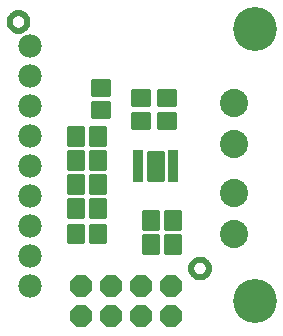
<source format=gbr>
G04 EAGLE Gerber RS-274X export*
G75*
%MOMM*%
%FSLAX34Y34*%
%LPD*%
%INSoldermask Top*%
%IPPOS*%
%AMOC8*
5,1,8,0,0,1.08239X$1,22.5*%
G01*
%ADD10C,0.412494*%
%ADD11R,0.850000X2.750000*%
%ADD12C,0.405863*%
%ADD13C,0.500000*%
%ADD14C,3.719200*%
%ADD15C,1.981200*%
%ADD16C,2.387600*%
%ADD17P,2.034460X8X202.500000*%


D10*
X137384Y128996D02*
X126776Y128996D01*
X126776Y150404D01*
X137384Y150404D01*
X137384Y128996D01*
X137384Y132915D02*
X126776Y132915D01*
X126776Y136834D02*
X137384Y136834D01*
X137384Y140753D02*
X126776Y140753D01*
X126776Y144672D02*
X137384Y144672D01*
X137384Y148591D02*
X126776Y148591D01*
D11*
X117330Y139700D03*
X146830Y139700D03*
D12*
X69647Y76063D02*
X58673Y76063D01*
X58673Y89037D01*
X69647Y89037D01*
X69647Y76063D01*
X69647Y79919D02*
X58673Y79919D01*
X58673Y83775D02*
X69647Y83775D01*
X69647Y87631D02*
X58673Y87631D01*
X77673Y76063D02*
X88647Y76063D01*
X77673Y76063D02*
X77673Y89037D01*
X88647Y89037D01*
X88647Y76063D01*
X88647Y79919D02*
X77673Y79919D01*
X77673Y83775D02*
X88647Y83775D01*
X88647Y87631D02*
X77673Y87631D01*
X122173Y67173D02*
X133147Y67173D01*
X122173Y67173D02*
X122173Y80147D01*
X133147Y80147D01*
X133147Y67173D01*
X133147Y71029D02*
X122173Y71029D01*
X122173Y74885D02*
X133147Y74885D01*
X133147Y78741D02*
X122173Y78741D01*
X141173Y67173D02*
X152147Y67173D01*
X141173Y67173D02*
X141173Y80147D01*
X152147Y80147D01*
X152147Y67173D01*
X152147Y71029D02*
X141173Y71029D01*
X141173Y74885D02*
X152147Y74885D01*
X152147Y78741D02*
X141173Y78741D01*
X141173Y100467D02*
X152147Y100467D01*
X152147Y87493D01*
X141173Y87493D01*
X141173Y100467D01*
X141173Y91349D02*
X152147Y91349D01*
X152147Y95205D02*
X141173Y95205D01*
X141173Y99061D02*
X152147Y99061D01*
X133147Y100467D02*
X122173Y100467D01*
X133147Y100467D02*
X133147Y87493D01*
X122173Y87493D01*
X122173Y100467D01*
X122173Y91349D02*
X133147Y91349D01*
X133147Y95205D02*
X122173Y95205D01*
X122173Y99061D02*
X133147Y99061D01*
D13*
X8502Y261620D02*
X8504Y261801D01*
X8511Y261982D01*
X8522Y262163D01*
X8537Y262344D01*
X8557Y262524D01*
X8581Y262704D01*
X8609Y262883D01*
X8642Y263061D01*
X8679Y263238D01*
X8720Y263415D01*
X8765Y263590D01*
X8815Y263765D01*
X8869Y263938D01*
X8927Y264109D01*
X8989Y264280D01*
X9056Y264448D01*
X9126Y264615D01*
X9200Y264781D01*
X9279Y264944D01*
X9361Y265105D01*
X9447Y265265D01*
X9537Y265422D01*
X9631Y265577D01*
X9728Y265730D01*
X9830Y265880D01*
X9934Y266028D01*
X10043Y266174D01*
X10154Y266316D01*
X10270Y266456D01*
X10388Y266593D01*
X10510Y266728D01*
X10635Y266859D01*
X10763Y266987D01*
X10894Y267112D01*
X11029Y267234D01*
X11166Y267352D01*
X11306Y267468D01*
X11448Y267579D01*
X11594Y267688D01*
X11742Y267792D01*
X11892Y267894D01*
X12045Y267991D01*
X12200Y268085D01*
X12357Y268175D01*
X12517Y268261D01*
X12678Y268343D01*
X12841Y268422D01*
X13007Y268496D01*
X13174Y268566D01*
X13342Y268633D01*
X13513Y268695D01*
X13684Y268753D01*
X13857Y268807D01*
X14032Y268857D01*
X14207Y268902D01*
X14384Y268943D01*
X14561Y268980D01*
X14739Y269013D01*
X14918Y269041D01*
X15098Y269065D01*
X15278Y269085D01*
X15459Y269100D01*
X15640Y269111D01*
X15821Y269118D01*
X16002Y269120D01*
X16183Y269118D01*
X16364Y269111D01*
X16545Y269100D01*
X16726Y269085D01*
X16906Y269065D01*
X17086Y269041D01*
X17265Y269013D01*
X17443Y268980D01*
X17620Y268943D01*
X17797Y268902D01*
X17972Y268857D01*
X18147Y268807D01*
X18320Y268753D01*
X18491Y268695D01*
X18662Y268633D01*
X18830Y268566D01*
X18997Y268496D01*
X19163Y268422D01*
X19326Y268343D01*
X19487Y268261D01*
X19647Y268175D01*
X19804Y268085D01*
X19959Y267991D01*
X20112Y267894D01*
X20262Y267792D01*
X20410Y267688D01*
X20556Y267579D01*
X20698Y267468D01*
X20838Y267352D01*
X20975Y267234D01*
X21110Y267112D01*
X21241Y266987D01*
X21369Y266859D01*
X21494Y266728D01*
X21616Y266593D01*
X21734Y266456D01*
X21850Y266316D01*
X21961Y266174D01*
X22070Y266028D01*
X22174Y265880D01*
X22276Y265730D01*
X22373Y265577D01*
X22467Y265422D01*
X22557Y265265D01*
X22643Y265105D01*
X22725Y264944D01*
X22804Y264781D01*
X22878Y264615D01*
X22948Y264448D01*
X23015Y264280D01*
X23077Y264109D01*
X23135Y263938D01*
X23189Y263765D01*
X23239Y263590D01*
X23284Y263415D01*
X23325Y263238D01*
X23362Y263061D01*
X23395Y262883D01*
X23423Y262704D01*
X23447Y262524D01*
X23467Y262344D01*
X23482Y262163D01*
X23493Y261982D01*
X23500Y261801D01*
X23502Y261620D01*
X23500Y261439D01*
X23493Y261258D01*
X23482Y261077D01*
X23467Y260896D01*
X23447Y260716D01*
X23423Y260536D01*
X23395Y260357D01*
X23362Y260179D01*
X23325Y260002D01*
X23284Y259825D01*
X23239Y259650D01*
X23189Y259475D01*
X23135Y259302D01*
X23077Y259131D01*
X23015Y258960D01*
X22948Y258792D01*
X22878Y258625D01*
X22804Y258459D01*
X22725Y258296D01*
X22643Y258135D01*
X22557Y257975D01*
X22467Y257818D01*
X22373Y257663D01*
X22276Y257510D01*
X22174Y257360D01*
X22070Y257212D01*
X21961Y257066D01*
X21850Y256924D01*
X21734Y256784D01*
X21616Y256647D01*
X21494Y256512D01*
X21369Y256381D01*
X21241Y256253D01*
X21110Y256128D01*
X20975Y256006D01*
X20838Y255888D01*
X20698Y255772D01*
X20556Y255661D01*
X20410Y255552D01*
X20262Y255448D01*
X20112Y255346D01*
X19959Y255249D01*
X19804Y255155D01*
X19647Y255065D01*
X19487Y254979D01*
X19326Y254897D01*
X19163Y254818D01*
X18997Y254744D01*
X18830Y254674D01*
X18662Y254607D01*
X18491Y254545D01*
X18320Y254487D01*
X18147Y254433D01*
X17972Y254383D01*
X17797Y254338D01*
X17620Y254297D01*
X17443Y254260D01*
X17265Y254227D01*
X17086Y254199D01*
X16906Y254175D01*
X16726Y254155D01*
X16545Y254140D01*
X16364Y254129D01*
X16183Y254122D01*
X16002Y254120D01*
X15821Y254122D01*
X15640Y254129D01*
X15459Y254140D01*
X15278Y254155D01*
X15098Y254175D01*
X14918Y254199D01*
X14739Y254227D01*
X14561Y254260D01*
X14384Y254297D01*
X14207Y254338D01*
X14032Y254383D01*
X13857Y254433D01*
X13684Y254487D01*
X13513Y254545D01*
X13342Y254607D01*
X13174Y254674D01*
X13007Y254744D01*
X12841Y254818D01*
X12678Y254897D01*
X12517Y254979D01*
X12357Y255065D01*
X12200Y255155D01*
X12045Y255249D01*
X11892Y255346D01*
X11742Y255448D01*
X11594Y255552D01*
X11448Y255661D01*
X11306Y255772D01*
X11166Y255888D01*
X11029Y256006D01*
X10894Y256128D01*
X10763Y256253D01*
X10635Y256381D01*
X10510Y256512D01*
X10388Y256647D01*
X10270Y256784D01*
X10154Y256924D01*
X10043Y257066D01*
X9934Y257212D01*
X9830Y257360D01*
X9728Y257510D01*
X9631Y257663D01*
X9537Y257818D01*
X9447Y257975D01*
X9361Y258135D01*
X9279Y258296D01*
X9200Y258459D01*
X9126Y258625D01*
X9056Y258792D01*
X8989Y258960D01*
X8927Y259131D01*
X8869Y259302D01*
X8815Y259475D01*
X8765Y259650D01*
X8720Y259825D01*
X8679Y260002D01*
X8642Y260179D01*
X8609Y260357D01*
X8581Y260536D01*
X8557Y260716D01*
X8537Y260896D01*
X8522Y261077D01*
X8511Y261258D01*
X8504Y261439D01*
X8502Y261620D01*
X169672Y60332D02*
X169491Y60330D01*
X169310Y60323D01*
X169129Y60312D01*
X168948Y60297D01*
X168768Y60277D01*
X168588Y60253D01*
X168409Y60225D01*
X168231Y60192D01*
X168054Y60155D01*
X167877Y60114D01*
X167702Y60069D01*
X167527Y60019D01*
X167354Y59965D01*
X167183Y59907D01*
X167012Y59845D01*
X166844Y59778D01*
X166677Y59708D01*
X166511Y59634D01*
X166348Y59555D01*
X166187Y59473D01*
X166027Y59387D01*
X165870Y59297D01*
X165715Y59203D01*
X165562Y59106D01*
X165412Y59004D01*
X165264Y58900D01*
X165118Y58791D01*
X164976Y58680D01*
X164836Y58564D01*
X164699Y58446D01*
X164564Y58324D01*
X164433Y58199D01*
X164305Y58071D01*
X164180Y57940D01*
X164058Y57805D01*
X163940Y57668D01*
X163824Y57528D01*
X163713Y57386D01*
X163604Y57240D01*
X163500Y57092D01*
X163398Y56942D01*
X163301Y56789D01*
X163207Y56634D01*
X163117Y56477D01*
X163031Y56317D01*
X162949Y56156D01*
X162870Y55993D01*
X162796Y55827D01*
X162726Y55660D01*
X162659Y55492D01*
X162597Y55321D01*
X162539Y55150D01*
X162485Y54977D01*
X162435Y54802D01*
X162390Y54627D01*
X162349Y54450D01*
X162312Y54273D01*
X162279Y54095D01*
X162251Y53916D01*
X162227Y53736D01*
X162207Y53556D01*
X162192Y53375D01*
X162181Y53194D01*
X162174Y53013D01*
X162172Y52832D01*
X169672Y60332D02*
X169853Y60330D01*
X170034Y60323D01*
X170215Y60312D01*
X170396Y60297D01*
X170576Y60277D01*
X170756Y60253D01*
X170935Y60225D01*
X171113Y60192D01*
X171290Y60155D01*
X171467Y60114D01*
X171642Y60069D01*
X171817Y60019D01*
X171990Y59965D01*
X172161Y59907D01*
X172332Y59845D01*
X172500Y59778D01*
X172667Y59708D01*
X172833Y59634D01*
X172996Y59555D01*
X173157Y59473D01*
X173317Y59387D01*
X173474Y59297D01*
X173629Y59203D01*
X173782Y59106D01*
X173932Y59004D01*
X174080Y58900D01*
X174226Y58791D01*
X174368Y58680D01*
X174508Y58564D01*
X174645Y58446D01*
X174780Y58324D01*
X174911Y58199D01*
X175039Y58071D01*
X175164Y57940D01*
X175286Y57805D01*
X175404Y57668D01*
X175520Y57528D01*
X175631Y57386D01*
X175740Y57240D01*
X175844Y57092D01*
X175946Y56942D01*
X176043Y56789D01*
X176137Y56634D01*
X176227Y56477D01*
X176313Y56317D01*
X176395Y56156D01*
X176474Y55993D01*
X176548Y55827D01*
X176618Y55660D01*
X176685Y55492D01*
X176747Y55321D01*
X176805Y55150D01*
X176859Y54977D01*
X176909Y54802D01*
X176954Y54627D01*
X176995Y54450D01*
X177032Y54273D01*
X177065Y54095D01*
X177093Y53916D01*
X177117Y53736D01*
X177137Y53556D01*
X177152Y53375D01*
X177163Y53194D01*
X177170Y53013D01*
X177172Y52832D01*
X177170Y52651D01*
X177163Y52470D01*
X177152Y52289D01*
X177137Y52108D01*
X177117Y51928D01*
X177093Y51748D01*
X177065Y51569D01*
X177032Y51391D01*
X176995Y51214D01*
X176954Y51037D01*
X176909Y50862D01*
X176859Y50687D01*
X176805Y50514D01*
X176747Y50343D01*
X176685Y50172D01*
X176618Y50004D01*
X176548Y49837D01*
X176474Y49671D01*
X176395Y49508D01*
X176313Y49347D01*
X176227Y49187D01*
X176137Y49030D01*
X176043Y48875D01*
X175946Y48722D01*
X175844Y48572D01*
X175740Y48424D01*
X175631Y48278D01*
X175520Y48136D01*
X175404Y47996D01*
X175286Y47859D01*
X175164Y47724D01*
X175039Y47593D01*
X174911Y47465D01*
X174780Y47340D01*
X174645Y47218D01*
X174508Y47100D01*
X174368Y46984D01*
X174226Y46873D01*
X174080Y46764D01*
X173932Y46660D01*
X173782Y46558D01*
X173629Y46461D01*
X173474Y46367D01*
X173317Y46277D01*
X173157Y46191D01*
X172996Y46109D01*
X172833Y46030D01*
X172667Y45956D01*
X172500Y45886D01*
X172332Y45819D01*
X172161Y45757D01*
X171990Y45699D01*
X171817Y45645D01*
X171642Y45595D01*
X171467Y45550D01*
X171290Y45509D01*
X171113Y45472D01*
X170935Y45439D01*
X170756Y45411D01*
X170576Y45387D01*
X170396Y45367D01*
X170215Y45352D01*
X170034Y45341D01*
X169853Y45334D01*
X169672Y45332D01*
X169491Y45334D01*
X169310Y45341D01*
X169129Y45352D01*
X168948Y45367D01*
X168768Y45387D01*
X168588Y45411D01*
X168409Y45439D01*
X168231Y45472D01*
X168054Y45509D01*
X167877Y45550D01*
X167702Y45595D01*
X167527Y45645D01*
X167354Y45699D01*
X167183Y45757D01*
X167012Y45819D01*
X166844Y45886D01*
X166677Y45956D01*
X166511Y46030D01*
X166348Y46109D01*
X166187Y46191D01*
X166027Y46277D01*
X165870Y46367D01*
X165715Y46461D01*
X165562Y46558D01*
X165412Y46660D01*
X165264Y46764D01*
X165118Y46873D01*
X164976Y46984D01*
X164836Y47100D01*
X164699Y47218D01*
X164564Y47340D01*
X164433Y47465D01*
X164305Y47593D01*
X164180Y47724D01*
X164058Y47859D01*
X163940Y47996D01*
X163824Y48136D01*
X163713Y48278D01*
X163604Y48424D01*
X163500Y48572D01*
X163398Y48722D01*
X163301Y48875D01*
X163207Y49030D01*
X163117Y49187D01*
X163031Y49347D01*
X162949Y49508D01*
X162870Y49671D01*
X162796Y49837D01*
X162726Y50004D01*
X162659Y50172D01*
X162597Y50343D01*
X162539Y50514D01*
X162485Y50687D01*
X162435Y50862D01*
X162390Y51037D01*
X162349Y51214D01*
X162312Y51391D01*
X162279Y51569D01*
X162251Y51748D01*
X162227Y51928D01*
X162207Y52108D01*
X162192Y52289D01*
X162181Y52470D01*
X162174Y52651D01*
X162172Y52832D01*
D14*
X215900Y25400D03*
X215900Y255270D03*
D12*
X134483Y202947D02*
X134483Y191973D01*
X134483Y202947D02*
X147457Y202947D01*
X147457Y191973D01*
X134483Y191973D01*
X134483Y195829D02*
X147457Y195829D01*
X147457Y199685D02*
X134483Y199685D01*
X134483Y183947D02*
X134483Y172973D01*
X134483Y183947D02*
X147457Y183947D01*
X147457Y172973D01*
X134483Y172973D01*
X134483Y176829D02*
X147457Y176829D01*
X147457Y180685D02*
X134483Y180685D01*
X69647Y158613D02*
X58673Y158613D01*
X58673Y171587D01*
X69647Y171587D01*
X69647Y158613D01*
X69647Y162469D02*
X58673Y162469D01*
X58673Y166325D02*
X69647Y166325D01*
X69647Y170181D02*
X58673Y170181D01*
X77673Y158613D02*
X88647Y158613D01*
X77673Y158613D02*
X77673Y171587D01*
X88647Y171587D01*
X88647Y158613D01*
X88647Y162469D02*
X77673Y162469D01*
X77673Y166325D02*
X88647Y166325D01*
X88647Y170181D02*
X77673Y170181D01*
X69647Y138293D02*
X58673Y138293D01*
X58673Y151267D01*
X69647Y151267D01*
X69647Y138293D01*
X69647Y142149D02*
X58673Y142149D01*
X58673Y146005D02*
X69647Y146005D01*
X69647Y149861D02*
X58673Y149861D01*
X77673Y138293D02*
X88647Y138293D01*
X77673Y138293D02*
X77673Y151267D01*
X88647Y151267D01*
X88647Y138293D01*
X88647Y142149D02*
X77673Y142149D01*
X77673Y146005D02*
X88647Y146005D01*
X88647Y149861D02*
X77673Y149861D01*
X69647Y97653D02*
X58673Y97653D01*
X58673Y110627D01*
X69647Y110627D01*
X69647Y97653D01*
X69647Y101509D02*
X58673Y101509D01*
X58673Y105365D02*
X69647Y105365D01*
X69647Y109221D02*
X58673Y109221D01*
X77673Y97653D02*
X88647Y97653D01*
X77673Y97653D02*
X77673Y110627D01*
X88647Y110627D01*
X88647Y97653D01*
X88647Y101509D02*
X77673Y101509D01*
X77673Y105365D02*
X88647Y105365D01*
X88647Y109221D02*
X77673Y109221D01*
X69647Y117973D02*
X58673Y117973D01*
X58673Y130947D01*
X69647Y130947D01*
X69647Y117973D01*
X69647Y121829D02*
X58673Y121829D01*
X58673Y125685D02*
X69647Y125685D01*
X69647Y129541D02*
X58673Y129541D01*
X77673Y117973D02*
X88647Y117973D01*
X77673Y117973D02*
X77673Y130947D01*
X88647Y130947D01*
X88647Y117973D01*
X88647Y121829D02*
X77673Y121829D01*
X77673Y125685D02*
X88647Y125685D01*
X88647Y129541D02*
X77673Y129541D01*
X91577Y181863D02*
X91577Y192837D01*
X91577Y181863D02*
X78603Y181863D01*
X78603Y192837D01*
X91577Y192837D01*
X91577Y185719D02*
X78603Y185719D01*
X78603Y189575D02*
X91577Y189575D01*
X91577Y200863D02*
X91577Y211837D01*
X91577Y200863D02*
X78603Y200863D01*
X78603Y211837D01*
X91577Y211837D01*
X91577Y204719D02*
X78603Y204719D01*
X78603Y208575D02*
X91577Y208575D01*
D15*
X25400Y38100D03*
X25400Y63500D03*
X25400Y88900D03*
X25400Y114300D03*
X25400Y139700D03*
X25400Y165100D03*
X25400Y190500D03*
X25400Y215900D03*
X25400Y241300D03*
D16*
X198120Y193260D03*
X198120Y158260D03*
X198120Y117060D03*
X198120Y82060D03*
D17*
X144780Y38100D03*
X144780Y12700D03*
X119380Y38100D03*
X119380Y12700D03*
X93980Y38100D03*
X93980Y12700D03*
X68580Y38100D03*
X68580Y12700D03*
D12*
X112893Y191973D02*
X112893Y202947D01*
X125867Y202947D01*
X125867Y191973D01*
X112893Y191973D01*
X112893Y195829D02*
X125867Y195829D01*
X125867Y199685D02*
X112893Y199685D01*
X112893Y183947D02*
X112893Y172973D01*
X112893Y183947D02*
X125867Y183947D01*
X125867Y172973D01*
X112893Y172973D01*
X112893Y176829D02*
X125867Y176829D01*
X125867Y180685D02*
X112893Y180685D01*
M02*

</source>
